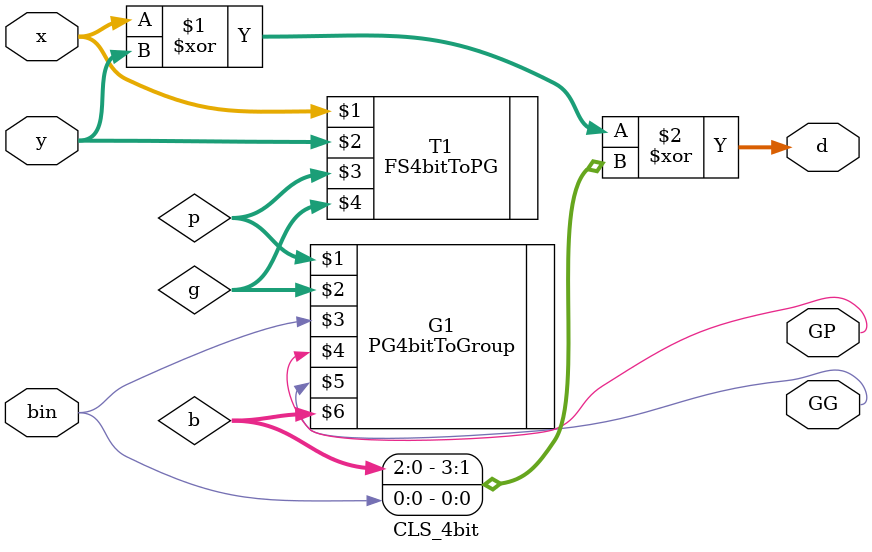
<source format=v>
`timescale 1ns / 1ps
`include "PG_converter.v"

module CLS_4bit(x, y, bin, d, GP, GG);
	
	input [3:0] x, y;
	input bin;
	output [3:0] d;
	output GP, GG;

	wire [2:0] b;
    wire [3:0] p, g;

    FS4bitToPG T1(x, y, p, g);
    PG4bitToGroup G1(p, g, bin, GP, GG, b);
    assign d = x ^ y ^ {b, bin};
	
endmodule

</source>
